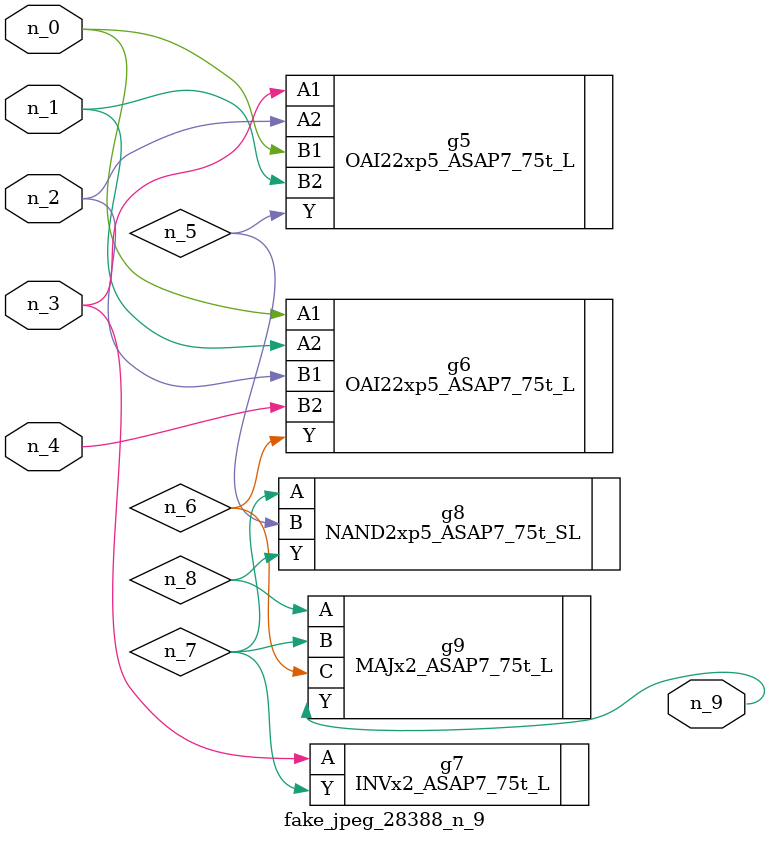
<source format=v>
module fake_jpeg_28388_n_9 (n_3, n_2, n_1, n_0, n_4, n_9);

input n_3;
input n_2;
input n_1;
input n_0;
input n_4;

output n_9;

wire n_8;
wire n_6;
wire n_5;
wire n_7;

OAI22xp5_ASAP7_75t_L g5 ( 
.A1(n_3),
.A2(n_2),
.B1(n_0),
.B2(n_1),
.Y(n_5)
);

OAI22xp5_ASAP7_75t_L g6 ( 
.A1(n_0),
.A2(n_1),
.B1(n_2),
.B2(n_4),
.Y(n_6)
);

INVx2_ASAP7_75t_L g7 ( 
.A(n_3),
.Y(n_7)
);

NAND2xp5_ASAP7_75t_SL g8 ( 
.A(n_7),
.B(n_5),
.Y(n_8)
);

MAJx2_ASAP7_75t_L g9 ( 
.A(n_8),
.B(n_7),
.C(n_6),
.Y(n_9)
);


endmodule
</source>
